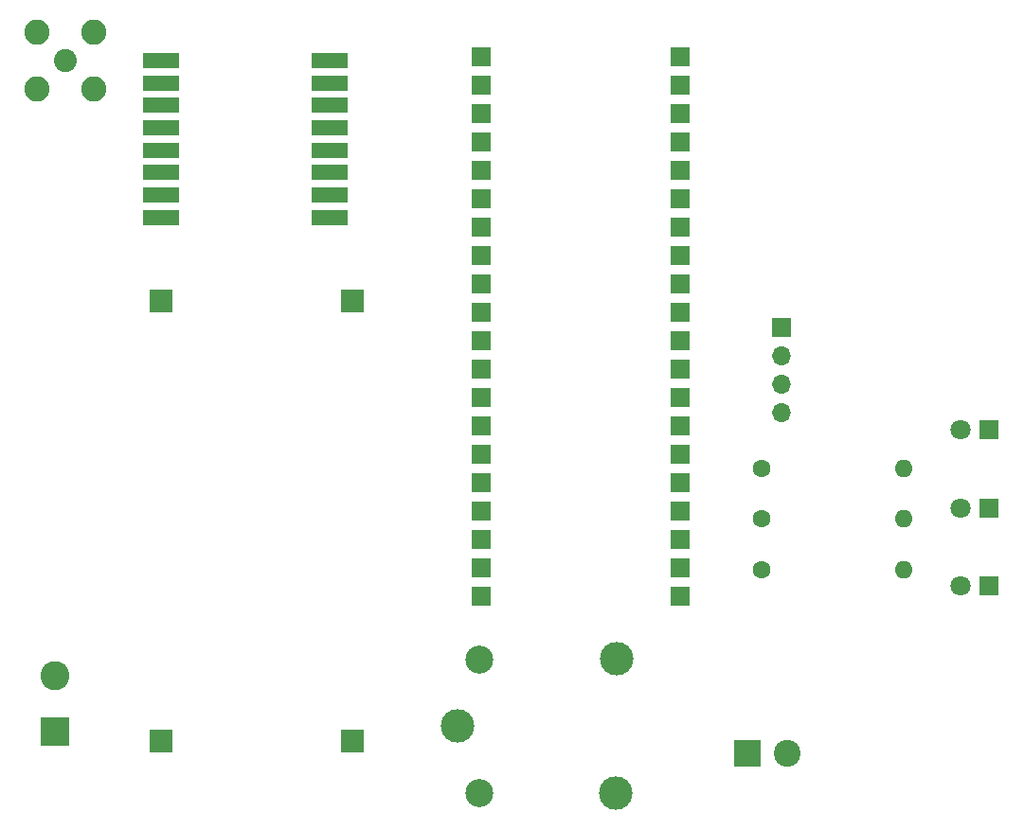
<source format=gbr>
%TF.GenerationSoftware,KiCad,Pcbnew,8.0.2*%
%TF.CreationDate,2024-05-25T14:23:29+03:00*%
%TF.ProjectId,LoRa_irrigation_system,4c6f5261-5f69-4727-9269-676174696f6e,rev?*%
%TF.SameCoordinates,Original*%
%TF.FileFunction,Soldermask,Top*%
%TF.FilePolarity,Negative*%
%FSLAX46Y46*%
G04 Gerber Fmt 4.6, Leading zero omitted, Abs format (unit mm)*
G04 Created by KiCad (PCBNEW 8.0.2) date 2024-05-25 14:23:29*
%MOMM*%
%LPD*%
G01*
G04 APERTURE LIST*
G04 Aperture macros list*
%AMRoundRect*
0 Rectangle with rounded corners*
0 $1 Rounding radius*
0 $2 $3 $4 $5 $6 $7 $8 $9 X,Y pos of 4 corners*
0 Add a 4 corners polygon primitive as box body*
4,1,4,$2,$3,$4,$5,$6,$7,$8,$9,$2,$3,0*
0 Add four circle primitives for the rounded corners*
1,1,$1+$1,$2,$3*
1,1,$1+$1,$4,$5*
1,1,$1+$1,$6,$7*
1,1,$1+$1,$8,$9*
0 Add four rect primitives between the rounded corners*
20,1,$1+$1,$2,$3,$4,$5,0*
20,1,$1+$1,$4,$5,$6,$7,0*
20,1,$1+$1,$6,$7,$8,$9,0*
20,1,$1+$1,$8,$9,$2,$3,0*%
G04 Aperture macros list end*
%ADD10C,2.050000*%
%ADD11C,2.250000*%
%ADD12R,1.800000X1.800000*%
%ADD13C,1.800000*%
%ADD14R,2.400000X2.400000*%
%ADD15C,2.400000*%
%ADD16R,2.600000X2.600000*%
%ADD17C,2.600000*%
%ADD18C,1.600000*%
%ADD19O,1.600000X1.600000*%
%ADD20R,2.000000X2.000000*%
%ADD21RoundRect,0.102000X-0.754000X-0.754000X0.754000X-0.754000X0.754000X0.754000X-0.754000X0.754000X0*%
%ADD22R,1.700000X1.700000*%
%ADD23O,1.700000X1.700000*%
%ADD24C,3.000000*%
%ADD25C,2.500000*%
%ADD26RoundRect,0.102000X1.500000X0.600000X-1.500000X0.600000X-1.500000X-0.600000X1.500000X-0.600000X0*%
G04 APERTURE END LIST*
D10*
%TO.C,J4*%
X91960000Y-48960000D03*
D11*
X94500000Y-51500000D03*
X94500000Y-46420000D03*
X89420000Y-51500000D03*
X89420000Y-46420000D03*
%TD*%
D12*
%TO.C,D2*%
X174540000Y-89000000D03*
D13*
X172000000Y-89000000D03*
%TD*%
D12*
%TO.C,D1*%
X174510000Y-82000000D03*
D13*
X171970000Y-82000000D03*
%TD*%
D14*
%TO.C,J3*%
X152950000Y-111000000D03*
D15*
X156450000Y-111000000D03*
%TD*%
D16*
%TO.C,J1*%
X91000000Y-109000000D03*
D17*
X91000000Y-104000000D03*
%TD*%
D18*
%TO.C,R2*%
X154150000Y-90000000D03*
D19*
X166850000Y-90000000D03*
%TD*%
D20*
%TO.C,U1*%
X100500000Y-109873000D03*
X117645000Y-109873000D03*
X117645000Y-70503000D03*
X100500000Y-70503000D03*
%TD*%
D21*
%TO.C,U2*%
X146890000Y-58800000D03*
X146890000Y-56260000D03*
X146890000Y-61340000D03*
X146890000Y-66420000D03*
X146890000Y-53720000D03*
X146890000Y-79120000D03*
X146890000Y-91820000D03*
X129110000Y-53720000D03*
X129110000Y-66420000D03*
X129110000Y-79120000D03*
X129110000Y-91820000D03*
X129110000Y-48640000D03*
X129110000Y-51180000D03*
X129110000Y-56260000D03*
X129110000Y-58800000D03*
X129110000Y-61340000D03*
X129110000Y-63880000D03*
X129110000Y-68960000D03*
X129110000Y-71500000D03*
X129110000Y-74040000D03*
X129110000Y-76580000D03*
X129110000Y-81660000D03*
X129110000Y-84200000D03*
X129110000Y-86740000D03*
X129110000Y-89280000D03*
X129110000Y-94360000D03*
X129110000Y-96900000D03*
X146890000Y-96900000D03*
X146890000Y-94360000D03*
X146890000Y-89280000D03*
X146890000Y-86740000D03*
X146890000Y-84200000D03*
X146890000Y-81660000D03*
X146890000Y-76580000D03*
X146890000Y-71500000D03*
X146890000Y-68960000D03*
X146890000Y-63880000D03*
X146890000Y-74040000D03*
X146890000Y-48640000D03*
X146890000Y-51180000D03*
%TD*%
D22*
%TO.C,J2*%
X156000000Y-72880000D03*
D23*
X156000000Y-75420000D03*
X156000000Y-77960000D03*
X156000000Y-80500000D03*
%TD*%
D24*
%TO.C,K2*%
X127000000Y-108500000D03*
D25*
X128950000Y-114550000D03*
D24*
X141150000Y-114550000D03*
X141200000Y-102500000D03*
D25*
X128950000Y-102550000D03*
%TD*%
D26*
%TO.C,U4*%
X115550000Y-63000000D03*
X115550000Y-61000000D03*
X115550000Y-59000000D03*
X115550000Y-57000000D03*
X115550000Y-55000000D03*
X115550000Y-53000000D03*
X115550000Y-51000000D03*
X115550000Y-49000000D03*
X100550000Y-49000000D03*
X100550000Y-51000000D03*
X100550000Y-53000000D03*
X100550000Y-55000000D03*
X100550000Y-57000000D03*
X100550000Y-59000000D03*
X100550000Y-61000000D03*
X100550000Y-63000000D03*
%TD*%
D18*
%TO.C,R3*%
X154150000Y-94500000D03*
D19*
X166850000Y-94500000D03*
%TD*%
D18*
%TO.C,R1*%
X154150000Y-85500000D03*
D19*
X166850000Y-85500000D03*
%TD*%
D12*
%TO.C,D3*%
X174510000Y-96000000D03*
D13*
X171970000Y-96000000D03*
%TD*%
M02*

</source>
